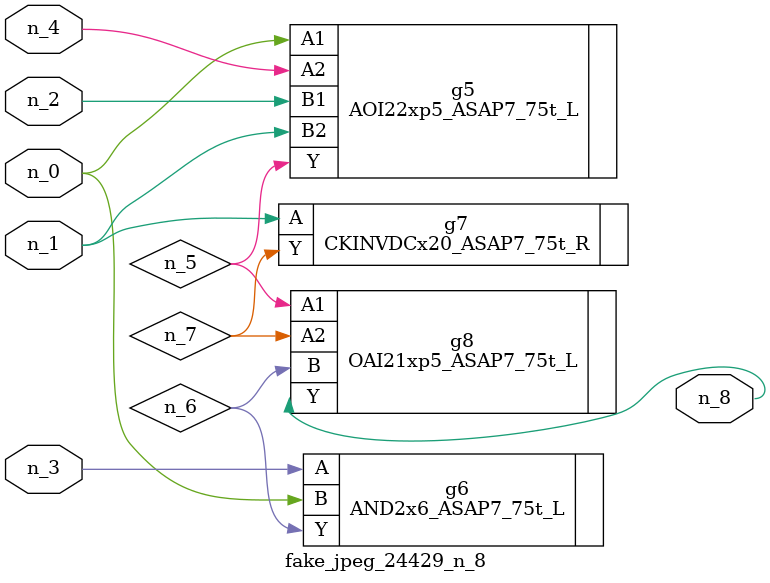
<source format=v>
module fake_jpeg_24429_n_8 (n_3, n_2, n_1, n_0, n_4, n_8);

input n_3;
input n_2;
input n_1;
input n_0;
input n_4;

output n_8;

wire n_6;
wire n_5;
wire n_7;

AOI22xp5_ASAP7_75t_L g5 ( 
.A1(n_0),
.A2(n_4),
.B1(n_2),
.B2(n_1),
.Y(n_5)
);

AND2x6_ASAP7_75t_L g6 ( 
.A(n_3),
.B(n_0),
.Y(n_6)
);

CKINVDCx20_ASAP7_75t_R g7 ( 
.A(n_1),
.Y(n_7)
);

OAI21xp5_ASAP7_75t_L g8 ( 
.A1(n_5),
.A2(n_7),
.B(n_6),
.Y(n_8)
);


endmodule
</source>
